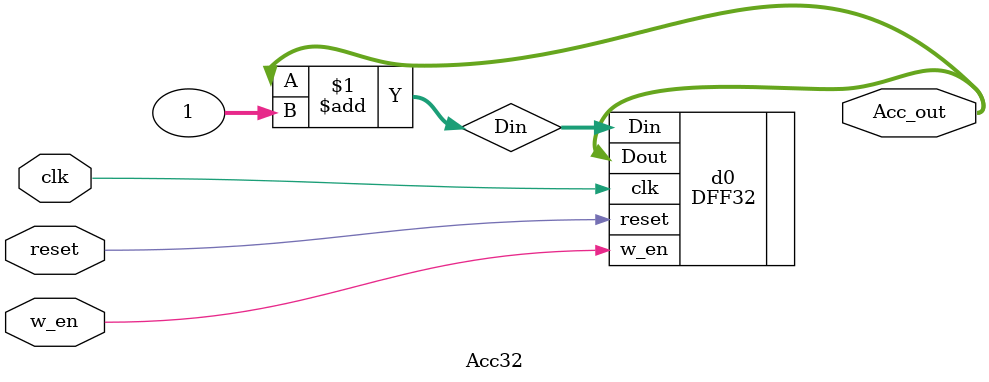
<source format=v>
module Acc32(Acc_out, w_en, clk, reset);
output [31:0] Acc_out;
input w_en, clk, reset;

wire [31:0] Din;

assign Din = Acc_out + 32'd1;

DFF32 d0(.Dout(Acc_out), .Din(Din), .clk(clk), .reset(reset), .w_en(w_en));

endmodule
</source>
